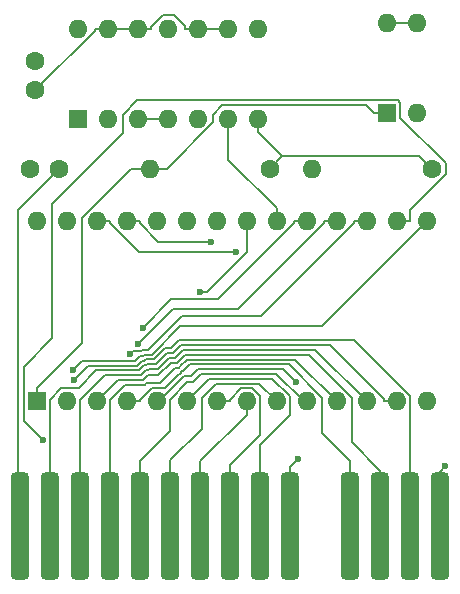
<source format=gbr>
%TF.GenerationSoftware,KiCad,Pcbnew,8.0.2*%
%TF.CreationDate,2024-05-18T22:44:16+02:00*%
%TF.ProjectId,zx-interface-2-rom,7a782d69-6e74-4657-9266-6163652d322d,rev?*%
%TF.SameCoordinates,Original*%
%TF.FileFunction,Copper,L2,Bot*%
%TF.FilePolarity,Positive*%
%FSLAX46Y46*%
G04 Gerber Fmt 4.6, Leading zero omitted, Abs format (unit mm)*
G04 Created by KiCad (PCBNEW 8.0.2) date 2024-05-18 22:44:16*
%MOMM*%
%LPD*%
G01*
G04 APERTURE LIST*
G04 Aperture macros list*
%AMRoundRect*
0 Rectangle with rounded corners*
0 $1 Rounding radius*
0 $2 $3 $4 $5 $6 $7 $8 $9 X,Y pos of 4 corners*
0 Add a 4 corners polygon primitive as box body*
4,1,4,$2,$3,$4,$5,$6,$7,$8,$9,$2,$3,0*
0 Add four circle primitives for the rounded corners*
1,1,$1+$1,$2,$3*
1,1,$1+$1,$4,$5*
1,1,$1+$1,$6,$7*
1,1,$1+$1,$8,$9*
0 Add four rect primitives between the rounded corners*
20,1,$1+$1,$2,$3,$4,$5,0*
20,1,$1+$1,$4,$5,$6,$7,0*
20,1,$1+$1,$6,$7,$8,$9,0*
20,1,$1+$1,$8,$9,$2,$3,0*%
G04 Aperture macros list end*
%TA.AperFunction,ConnectorPad*%
%ADD10RoundRect,0.381000X0.381000X4.175000X-0.381000X4.175000X-0.381000X-4.175000X0.381000X-4.175000X0*%
%TD*%
%TA.AperFunction,ComponentPad*%
%ADD11C,1.600000*%
%TD*%
%TA.AperFunction,ComponentPad*%
%ADD12O,1.600000X1.600000*%
%TD*%
%TA.AperFunction,ComponentPad*%
%ADD13R,1.600000X1.600000*%
%TD*%
%TA.AperFunction,ViaPad*%
%ADD14C,0.600000*%
%TD*%
%TA.AperFunction,Conductor*%
%ADD15C,0.200000*%
%TD*%
G04 APERTURE END LIST*
D10*
%TO.P,J1,1,~{ROMCS}*%
%TO.N,+5V*%
X121260000Y-91260000D03*
%TO.P,J1,3,A12*%
%TO.N,A12*%
X118720000Y-91260000D03*
%TO.P,J1,5,A7*%
%TO.N,A7*%
X116180000Y-91260000D03*
%TO.P,J1,7,A6*%
%TO.N,A6*%
X113640000Y-91260000D03*
%TO.P,J1,9,A5*%
%TO.N,A5*%
X108560000Y-91260000D03*
%TO.P,J1,11,A4*%
%TO.N,A4*%
X106020000Y-91260000D03*
%TO.P,J1,13,A3*%
%TO.N,A3*%
X103480000Y-91260000D03*
%TO.P,J1,15,A2*%
%TO.N,A2*%
X100940000Y-91260000D03*
%TO.P,J1,17,A1*%
%TO.N,A1*%
X98400000Y-91260000D03*
%TO.P,J1,19,A0*%
%TO.N,A0*%
X95860000Y-91260000D03*
%TO.P,J1,21,D0*%
%TO.N,D0*%
X93320000Y-91260000D03*
%TO.P,J1,23,D1*%
%TO.N,D1*%
X90780000Y-91260000D03*
%TO.P,J1,25,D2*%
%TO.N,D2*%
X88240000Y-91260000D03*
%TO.P,J1,27,GND*%
%TO.N,GND*%
X85700000Y-91260000D03*
%TD*%
D11*
%TO.P,R2,1*%
%TO.N,GND*%
X120600000Y-61025000D03*
D12*
%TO.P,R2,2*%
%TO.N,Net-(U1-A14)*%
X110440000Y-61025000D03*
%TD*%
D13*
%TO.P,SW1,1*%
%TO.N,Net-(U1-A15)*%
X116750000Y-56330000D03*
D12*
%TO.P,SW1,2*%
%TO.N,Net-(U1-A14)*%
X119290000Y-56330000D03*
%TO.P,SW1,3*%
%TO.N,+5V*%
X119290000Y-48710000D03*
%TO.P,SW1,4*%
X116750000Y-48710000D03*
%TD*%
D11*
%TO.P,C2,1*%
%TO.N,+5V*%
X86525000Y-61000000D03*
%TO.P,C2,2*%
%TO.N,GND*%
X89025000Y-61000000D03*
%TD*%
D13*
%TO.P,U1,1,A15*%
%TO.N,Net-(U1-A15)*%
X87120000Y-80715000D03*
D12*
%TO.P,U1,2,A12*%
%TO.N,A12*%
X89660000Y-80715000D03*
%TO.P,U1,3,A7*%
%TO.N,A7*%
X92200000Y-80715000D03*
%TO.P,U1,4,A6*%
%TO.N,A6*%
X94740000Y-80715000D03*
%TO.P,U1,5,A5*%
%TO.N,A5*%
X97280000Y-80715000D03*
%TO.P,U1,6,A4*%
%TO.N,A4*%
X99820000Y-80715000D03*
%TO.P,U1,7,A3*%
%TO.N,A3*%
X102360000Y-80715000D03*
%TO.P,U1,8,A2*%
%TO.N,A2*%
X104900000Y-80715000D03*
%TO.P,U1,9,A1*%
%TO.N,A1*%
X107440000Y-80715000D03*
%TO.P,U1,10,A0*%
%TO.N,A0*%
X109980000Y-80715000D03*
%TO.P,U1,11,D0*%
%TO.N,D0*%
X112520000Y-80715000D03*
%TO.P,U1,12,D1*%
%TO.N,D1*%
X115060000Y-80715000D03*
%TO.P,U1,13,D2*%
%TO.N,D2*%
X117600000Y-80715000D03*
%TO.P,U1,14,GND*%
%TO.N,GND*%
X120140000Y-80715000D03*
%TO.P,U1,15,D3*%
%TO.N,D3*%
X120140000Y-65475000D03*
%TO.P,U1,16,D4*%
%TO.N,D4*%
X117600000Y-65475000D03*
%TO.P,U1,17,D5*%
%TO.N,D5*%
X115060000Y-65475000D03*
%TO.P,U1,18,D6*%
%TO.N,D6*%
X112520000Y-65475000D03*
%TO.P,U1,19,D7*%
%TO.N,D7*%
X109980000Y-65475000D03*
%TO.P,U1,20,~{CE}*%
%TO.N,Net-(U1-~{CE})*%
X107440000Y-65475000D03*
%TO.P,U1,21,A10*%
%TO.N,A10*%
X104900000Y-65475000D03*
%TO.P,U1,22,~{OE/Vpp}*%
%TO.N,Net-(J1-~{MREQ})*%
X102360000Y-65475000D03*
%TO.P,U1,23,A11*%
%TO.N,A11*%
X99820000Y-65475000D03*
%TO.P,U1,24,A9*%
%TO.N,A9*%
X97280000Y-65475000D03*
%TO.P,U1,25,A8*%
%TO.N,A8*%
X94740000Y-65475000D03*
%TO.P,U1,26,A13*%
%TO.N,A13*%
X92200000Y-65475000D03*
%TO.P,U1,27,A14*%
%TO.N,Net-(U1-A14)*%
X89660000Y-65475000D03*
%TO.P,U1,28,VCC*%
%TO.N,+5V*%
X87120000Y-65475000D03*
%TD*%
D11*
%TO.P,C1,1*%
%TO.N,+5V*%
X87000000Y-51875000D03*
%TO.P,C1,2*%
%TO.N,GND*%
X87000000Y-54375000D03*
%TD*%
%TO.P,R1,1*%
%TO.N,GND*%
X106830000Y-61000000D03*
D12*
%TO.P,R1,2*%
%TO.N,Net-(U1-A15)*%
X96670000Y-61000000D03*
%TD*%
D13*
%TO.P,U2,1*%
%TO.N,Net-(J1-A15)*%
X90610000Y-56770000D03*
D12*
%TO.P,U2,2*%
%TO.N,Net-(J1-A14)*%
X93150000Y-56770000D03*
%TO.P,U2,3*%
%TO.N,Net-(U2-Pad3)*%
X95690000Y-56770000D03*
%TO.P,U2,4*%
X98230000Y-56770000D03*
%TO.P,U2,5*%
%TO.N,Net-(J1-~{MREQ})*%
X100770000Y-56770000D03*
%TO.P,U2,6*%
%TO.N,Net-(U1-~{CE})*%
X103310000Y-56770000D03*
%TO.P,U2,7,GND*%
%TO.N,GND*%
X105850000Y-56770000D03*
%TO.P,U2,8*%
%TO.N,unconnected-(U2-Pad8)*%
X105850000Y-49150000D03*
%TO.P,U2,9*%
%TO.N,GND*%
X103310000Y-49150000D03*
%TO.P,U2,10*%
X100770000Y-49150000D03*
%TO.P,U2,11*%
%TO.N,unconnected-(U2-Pad11)*%
X98230000Y-49150000D03*
%TO.P,U2,12*%
%TO.N,GND*%
X95690000Y-49150000D03*
%TO.P,U2,13*%
X93150000Y-49150000D03*
%TO.P,U2,14,VCC*%
%TO.N,+5V*%
X90610000Y-49150000D03*
%TD*%
D14*
%TO.N,D5*%
X95058000Y-76677700D03*
%TO.N,A10*%
X100940000Y-71459500D03*
%TO.N,A8*%
X101898200Y-67190700D03*
%TO.N,D4*%
X87616500Y-83954400D03*
%TO.N,A12*%
X90256700Y-78862800D03*
%TO.N,D7*%
X96078100Y-74488900D03*
%TO.N,A5*%
X109096900Y-79098400D03*
X109249000Y-85611800D03*
%TO.N,D6*%
X95659800Y-75853900D03*
%TO.N,D3*%
X90214800Y-78052400D03*
%TO.N,A13*%
X104032400Y-68086000D03*
%TO.N,+5V*%
X121717300Y-86200000D03*
%TD*%
D15*
%TO.N,GND*%
X100770000Y-49150000D02*
X103310000Y-49150000D01*
X92048300Y-49326700D02*
X92048300Y-49150000D01*
X87000000Y-54375000D02*
X92048300Y-49326700D01*
X93150000Y-49150000D02*
X92048300Y-49150000D01*
X85546000Y-91106000D02*
X85700000Y-91260000D01*
X85546000Y-64479000D02*
X85546000Y-91106000D01*
X89025000Y-61000000D02*
X85546000Y-64479000D01*
X100770000Y-49150000D02*
X99668300Y-49150000D01*
X93150000Y-49150000D02*
X95690000Y-49150000D01*
X99668300Y-48921700D02*
X99668300Y-49150000D01*
X98775800Y-48029200D02*
X99668300Y-48921700D01*
X97774800Y-48029200D02*
X98775800Y-48029200D01*
X96791700Y-49012300D02*
X97774800Y-48029200D01*
X96791700Y-49150000D02*
X96791700Y-49012300D01*
X95690000Y-49150000D02*
X96791700Y-49150000D01*
X105850000Y-56770000D02*
X105850000Y-57871700D01*
X105850000Y-57871700D02*
X107904200Y-59925800D01*
X106830000Y-61000000D02*
X107904200Y-59925800D01*
X119494100Y-59919100D02*
X120600000Y-61025000D01*
X107910900Y-59919100D02*
X119494100Y-59919100D01*
X107904200Y-59925800D02*
X107910900Y-59919100D01*
%TO.N,Net-(U2-Pad3)*%
X98230000Y-56770000D02*
X95690000Y-56770000D01*
%TO.N,Net-(U1-~{CE})*%
X107440000Y-65475000D02*
X107440000Y-64373300D01*
X103310000Y-60243300D02*
X103310000Y-56770000D01*
X107440000Y-64373300D02*
X103310000Y-60243300D01*
%TO.N,A3*%
X102360000Y-80715000D02*
X103461700Y-80715000D01*
X103480000Y-86116400D02*
X103480000Y-91260000D01*
X106014900Y-83581500D02*
X103480000Y-86116400D01*
X106014900Y-80239700D02*
X106014900Y-83581500D01*
X105383600Y-79608400D02*
X106014900Y-80239700D01*
X104430600Y-79608400D02*
X105383600Y-79608400D01*
X103461700Y-80577300D02*
X104430600Y-79608400D01*
X103461700Y-80715000D02*
X103461700Y-80577300D01*
%TO.N,A4*%
X106020000Y-84428200D02*
X106020000Y-91260000D01*
X108556600Y-81891600D02*
X106020000Y-84428200D01*
X108556600Y-80272700D02*
X108556600Y-81891600D01*
X107078300Y-78794400D02*
X108556600Y-80272700D01*
X101740600Y-78794400D02*
X107078300Y-78794400D01*
X99820000Y-80715000D02*
X101740600Y-78794400D01*
%TO.N,D1*%
X110714900Y-76369900D02*
X115060000Y-80715000D01*
X99508900Y-76369900D02*
X110714900Y-76369900D01*
X98859400Y-77019400D02*
X99508900Y-76369900D01*
X98291400Y-77019400D02*
X98859400Y-77019400D01*
X97357300Y-77953500D02*
X98291400Y-77019400D01*
X96683100Y-77953500D02*
X97357300Y-77953500D01*
X96574200Y-78062400D02*
X96683100Y-77953500D01*
X96358400Y-78062400D02*
X96574200Y-78062400D01*
X95936300Y-78484500D02*
X96358400Y-78062400D01*
X92872400Y-78484500D02*
X95936300Y-78484500D01*
X90780000Y-80576900D02*
X92872400Y-78484500D01*
X90780000Y-91260000D02*
X90780000Y-80576900D01*
%TO.N,D5*%
X115060000Y-65475000D02*
X113958300Y-65475000D01*
X95280100Y-76455600D02*
X95058000Y-76677700D01*
X95909000Y-76455600D02*
X95280100Y-76455600D01*
X96019500Y-76345100D02*
X95909000Y-76455600D01*
X96578600Y-76345100D02*
X96019500Y-76345100D01*
X99425200Y-73498500D02*
X96578600Y-76345100D01*
X106072500Y-73498500D02*
X99425200Y-73498500D01*
X113958300Y-65612700D02*
X106072500Y-73498500D01*
X113958300Y-65475000D02*
X113958300Y-65612700D01*
%TO.N,A10*%
X104900000Y-65475000D02*
X104900000Y-66576700D01*
X101509800Y-71459500D02*
X100940000Y-71459500D01*
X104900000Y-68069300D02*
X101509800Y-71459500D01*
X104900000Y-66576700D02*
X104900000Y-68069300D01*
%TO.N,A8*%
X97419700Y-67190700D02*
X101898200Y-67190700D01*
X95841700Y-65612700D02*
X97419700Y-67190700D01*
X95841700Y-65475000D02*
X95841700Y-65612700D01*
X94740000Y-65475000D02*
X95841700Y-65475000D01*
%TO.N,D4*%
X117600000Y-65475000D02*
X118701700Y-65475000D01*
X86018300Y-82356200D02*
X87616500Y-83954400D01*
X86018300Y-77753500D02*
X86018300Y-82356200D01*
X88390000Y-75381800D02*
X86018300Y-77753500D01*
X88390000Y-64002000D02*
X88390000Y-75381800D01*
X94420000Y-57972000D02*
X88390000Y-64002000D01*
X94420000Y-56423100D02*
X94420000Y-57972000D01*
X95615100Y-55228000D02*
X94420000Y-56423100D01*
X117694200Y-55228000D02*
X95615100Y-55228000D01*
X117878500Y-55412300D02*
X117694200Y-55228000D01*
X117878500Y-56689600D02*
X117878500Y-55412300D01*
X121736700Y-60547800D02*
X117878500Y-56689600D01*
X121736700Y-61480100D02*
X121736700Y-60547800D01*
X118701700Y-64515100D02*
X121736700Y-61480100D01*
X118701700Y-65475000D02*
X118701700Y-64515100D01*
%TO.N,A12*%
X118720000Y-80251000D02*
X118720000Y-91260000D01*
X114017900Y-75548900D02*
X118720000Y-80251000D01*
X99193800Y-75548900D02*
X114017900Y-75548900D01*
X98526700Y-76216000D02*
X99193800Y-75548900D01*
X97958800Y-76216000D02*
X98526700Y-76216000D01*
X97024700Y-77150100D02*
X97958800Y-76216000D01*
X96350500Y-77150100D02*
X97024700Y-77150100D01*
X96241600Y-77259000D02*
X96350500Y-77150100D01*
X96025800Y-77259000D02*
X96241600Y-77259000D01*
X95603700Y-77681100D02*
X96025800Y-77259000D01*
X91438400Y-77681100D02*
X95603700Y-77681100D01*
X90256700Y-78862800D02*
X91438400Y-77681100D01*
%TO.N,D7*%
X109980000Y-65475000D02*
X108878300Y-65475000D01*
X98505700Y-72061300D02*
X96078100Y-74488900D01*
X102429700Y-72061300D02*
X98505700Y-72061300D01*
X108878300Y-65612700D02*
X102429700Y-72061300D01*
X108878300Y-65475000D02*
X108878300Y-65612700D01*
%TO.N,A5*%
X108560000Y-86300800D02*
X108560000Y-91260000D01*
X109249000Y-85611800D02*
X108560000Y-86300800D01*
X107980800Y-77982300D02*
X109096900Y-79098400D01*
X100736500Y-77982300D02*
X107980800Y-77982300D01*
X100168100Y-78550700D02*
X100736500Y-77982300D01*
X99600100Y-78550700D02*
X100168100Y-78550700D01*
X97435800Y-80715000D02*
X99600100Y-78550700D01*
X97280000Y-80715000D02*
X97435800Y-80715000D01*
%TO.N,D6*%
X98616900Y-72896800D02*
X95659800Y-75853900D01*
X104134200Y-72896800D02*
X98616900Y-72896800D01*
X111418300Y-65612700D02*
X104134200Y-72896800D01*
X111418300Y-65475000D02*
X111418300Y-65612700D01*
X112520000Y-65475000D02*
X111418300Y-65475000D01*
%TO.N,D3*%
X111299800Y-74315200D02*
X120140000Y-65475000D01*
X99291600Y-74315200D02*
X111299800Y-74315200D01*
X96858400Y-76748400D02*
X99291600Y-74315200D01*
X96184200Y-76748400D02*
X96858400Y-76748400D01*
X96075300Y-76857300D02*
X96184200Y-76748400D01*
X95859400Y-76857300D02*
X96075300Y-76857300D01*
X95437300Y-77279400D02*
X95859400Y-76857300D01*
X90987800Y-77279400D02*
X95437300Y-77279400D01*
X90214800Y-78052400D02*
X90987800Y-77279400D01*
%TO.N,A0*%
X109713600Y-80715000D02*
X109980000Y-80715000D01*
X107391300Y-78392700D02*
X109713600Y-80715000D01*
X101034000Y-78392700D02*
X107391300Y-78392700D01*
X100332800Y-79093900D02*
X101034000Y-78392700D01*
X99883000Y-79093900D02*
X100332800Y-79093900D01*
X98408500Y-80568400D02*
X99883000Y-79093900D01*
X98408500Y-83180100D02*
X98408500Y-80568400D01*
X95860000Y-85728600D02*
X98408500Y-83180100D01*
X95860000Y-91260000D02*
X95860000Y-85728600D01*
%TO.N,D2*%
X117600000Y-80715000D02*
X116498300Y-80715000D01*
X116498300Y-80486700D02*
X116498300Y-80715000D01*
X111979800Y-75968200D02*
X116498300Y-80486700D01*
X99342600Y-75968200D02*
X111979800Y-75968200D01*
X98693100Y-76617700D02*
X99342600Y-75968200D01*
X98125100Y-76617700D02*
X98693100Y-76617700D01*
X97191000Y-77551800D02*
X98125100Y-76617700D01*
X96516800Y-77551800D02*
X97191000Y-77551800D01*
X96407900Y-77660700D02*
X96516800Y-77551800D01*
X96192100Y-77660700D02*
X96407900Y-77660700D01*
X95770000Y-78082800D02*
X96192100Y-77660700D01*
X92172700Y-78082800D02*
X95770000Y-78082800D01*
X90661000Y-79594500D02*
X92172700Y-78082800D01*
X89210100Y-79594500D02*
X90661000Y-79594500D01*
X88240000Y-80564600D02*
X89210100Y-79594500D01*
X88240000Y-91260000D02*
X88240000Y-80564600D01*
%TO.N,A1*%
X105925600Y-79200600D02*
X107440000Y-80715000D01*
X102275000Y-79200600D02*
X105925600Y-79200600D01*
X101090000Y-80385600D02*
X102275000Y-79200600D01*
X101090000Y-83015100D02*
X101090000Y-80385600D01*
X98400000Y-85705100D02*
X101090000Y-83015100D01*
X98400000Y-91260000D02*
X98400000Y-85705100D01*
%TO.N,A7*%
X116180000Y-86565600D02*
X116180000Y-91260000D01*
X113790000Y-84175600D02*
X116180000Y-86565600D01*
X113790000Y-80404900D02*
X113790000Y-84175600D01*
X110156700Y-76771600D02*
X113790000Y-80404900D01*
X99675200Y-76771600D02*
X110156700Y-76771600D01*
X99025700Y-77421100D02*
X99675200Y-76771600D01*
X98457700Y-77421100D02*
X99025700Y-77421100D01*
X97414700Y-78464100D02*
X98457700Y-77421100D01*
X96524700Y-78464100D02*
X97414700Y-78464100D01*
X96102600Y-78886200D02*
X96524700Y-78464100D01*
X94028800Y-78886200D02*
X96102600Y-78886200D01*
X92200000Y-80715000D02*
X94028800Y-78886200D01*
%TO.N,Net-(U1-A15)*%
X114967400Y-55649100D02*
X115648300Y-56330000D01*
X102848000Y-55649100D02*
X114967400Y-55649100D01*
X102040000Y-56457100D02*
X102848000Y-55649100D01*
X102040000Y-57069400D02*
X102040000Y-56457100D01*
X98109400Y-61000000D02*
X102040000Y-57069400D01*
X96670000Y-61000000D02*
X98109400Y-61000000D01*
X116750000Y-56330000D02*
X115648300Y-56330000D01*
X95116800Y-61000000D02*
X96670000Y-61000000D01*
X90930000Y-65186800D02*
X95116800Y-61000000D01*
X90930000Y-75803300D02*
X90930000Y-65186800D01*
X87120000Y-79613300D02*
X90930000Y-75803300D01*
X87120000Y-80715000D02*
X87120000Y-79613300D01*
%TO.N,A2*%
X100940000Y-85776700D02*
X104900000Y-81816700D01*
X100940000Y-91260000D02*
X100940000Y-85776700D01*
X104900000Y-80715000D02*
X104900000Y-81816700D01*
%TO.N,A13*%
X95775000Y-68086000D02*
X104032400Y-68086000D01*
X93301700Y-65612700D02*
X95775000Y-68086000D01*
X93301700Y-65475000D02*
X93301700Y-65612700D01*
X92200000Y-65475000D02*
X93301700Y-65475000D01*
%TO.N,A6*%
X94740000Y-80715000D02*
X95841700Y-80715000D01*
X95841700Y-80577200D02*
X95841700Y-80715000D01*
X96858600Y-79560300D02*
X95841700Y-80577200D01*
X97949500Y-79560300D02*
X96858600Y-79560300D01*
X99140100Y-78369700D02*
X97949500Y-79560300D01*
X99213100Y-78369700D02*
X99140100Y-78369700D01*
X99433800Y-78149000D02*
X99213100Y-78369700D01*
X99503200Y-78149000D02*
X99433800Y-78149000D01*
X100072600Y-77579600D02*
X99503200Y-78149000D01*
X108452300Y-77579600D02*
X100072600Y-77579600D01*
X111274400Y-80401700D02*
X108452300Y-77579600D01*
X111274400Y-83369000D02*
X111274400Y-80401700D01*
X113640000Y-85734600D02*
X111274400Y-83369000D01*
X113640000Y-91260000D02*
X113640000Y-85734600D01*
%TO.N,D0*%
X93320000Y-80574500D02*
X93320000Y-91260000D01*
X94606600Y-79287900D02*
X93320000Y-80574500D01*
X96268900Y-79287900D02*
X94606600Y-79287900D01*
X96399700Y-79157100D02*
X96268900Y-79287900D01*
X97565900Y-79157100D02*
X96399700Y-79157100D01*
X98858800Y-77864200D02*
X97565900Y-79157100D01*
X99150600Y-77864200D02*
X98858800Y-77864200D01*
X99267500Y-77747300D02*
X99150600Y-77864200D01*
X99269600Y-77747300D02*
X99267500Y-77747300D01*
X99839000Y-77177900D02*
X99269600Y-77747300D01*
X108982900Y-77177900D02*
X99839000Y-77177900D01*
X112520000Y-80715000D02*
X108982900Y-77177900D01*
%TO.N,+5V*%
X116750000Y-48710000D02*
X119290000Y-48710000D01*
X121260000Y-86657300D02*
X121717300Y-86200000D01*
X121260000Y-91260000D02*
X121260000Y-86657300D01*
%TD*%
M02*

</source>
